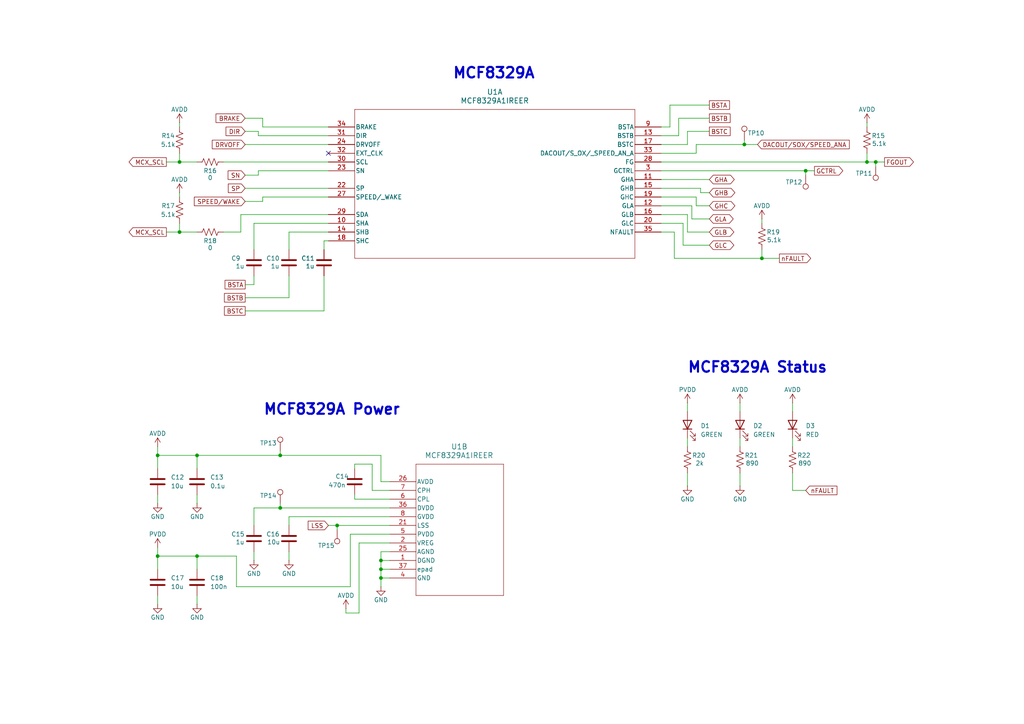
<source format=kicad_sch>
(kicad_sch (version 20231120) (generator "eeschema") (generator_version "8.0")
  (paper "A4")
  (title_block (title "Easy BLDC") (date "2024-08-06") (rev "2.0") (company "Peter Buckley Engineering"))
  (lib_symbols
    (symbol "Connector:TestPoint" (pin_numbers hide) (pin_names (offset 0.762) hide)
      (property "Reference" "TP" (at 0 6.858 0))
      (property "Value" "TestPoint" (at 0 5.08 0))
      (symbol "TestPoint_0_1"
        (circle (center 0 3.302) (radius 0.762))
      )
      (symbol "TestPoint_1_1"
        (pin passive line (at 0 0 90) (length 2.54) (name "1") (number "1"))
      )
    )
    (symbol "Device:C" (pin_numbers hide) (pin_names (offset 0.254))
      (property "Reference" "C" (at 0.635 2.54 0))
      (property "Value" "C" (at 0.635 -2.54 0))
      (symbol "C_0_1"
        (polyline (pts (xy -2.032 -0.762) (xy 2.032 -0.762)) (stroke (width 0.508)))
        (polyline (pts (xy -2.032 0.762) (xy 2.032 0.762)) (stroke (width 0.508)))
      )
      (symbol "C_1_1"
        (pin passive line (at 0 3.81 270) (length 2.794) (name "~") (number "1"))
        (pin passive line (at 0 -3.81 90) (length 2.794) (name "~") (number "2"))
      )
    )
    (symbol "Device:LED" (pin_numbers hide) (pin_names (offset 1.016) hide)
      (property "Reference" "D" (at 0 2.54 0))
      (property "Value" "LED" (at 0 -2.54 0))
      (symbol "LED_0_1"
        (polyline (pts (xy -1.27 -1.27) (xy -1.27 1.27)) (stroke (width 0.254)))
        (polyline (pts (xy -1.27 0) (xy 1.27 0)))
        (polyline (pts (xy 1.27 -1.27) (xy 1.27 1.27) (xy -1.27 0) (xy 1.27 -1.27)) (stroke (width 0.254)))
        (polyline (pts (xy -3.048 -0.762) (xy -4.572 -2.286) (xy -3.81 -2.286) (xy -4.572 -2.286) (xy -4.572 -1.524)))
        (polyline (pts (xy -1.778 -0.762) (xy -3.302 -2.286) (xy -2.54 -2.286) (xy -3.302 -2.286) (xy -3.302 -1.524)))
      )
      (symbol "LED_1_1"
        (pin passive line (at -3.81 0 0) (length 2.54) (name "K") (number "1"))
        (pin passive line (at 3.81 0 180) (length 2.54) (name "A") (number "2"))
      )
    )
    (symbol "Device:R_US" (pin_numbers hide) (pin_names (offset 0))
      (property "Reference" "R" (at 2.54 0 90))
      (property "Value" "R_US" (at -2.54 0 90))
      (symbol "R_US_0_1"
        (polyline (pts (xy 0 -2.286) (xy 0 -2.54)))
        (polyline (pts (xy 0 2.286) (xy 0 2.54)))
        (polyline (pts (xy 0 -0.762) (xy 1.016 -1.143) (xy 0 -1.524) (xy -1.016 -1.905) (xy 0 -2.286)))
        (polyline (pts (xy 0 0.762) (xy 1.016 0.381) (xy 0 0) (xy -1.016 -0.381) (xy 0 -0.762)))
        (polyline (pts (xy 0 2.286) (xy 1.016 1.905) (xy 0 1.524) (xy -1.016 1.143) (xy 0 0.762)))
      )
      (symbol "R_US_1_1"
        (pin passive line (at 0 3.81 270) (length 1.27) (name "~") (number "1"))
        (pin passive line (at 0 -3.81 90) (length 1.27) (name "~") (number "2"))
      )
    )
    (symbol "EasyBLDC:MCF8329A1IREER" (pin_names (offset 0.254))
      (property "Reference" "U" (at 48.26 10.16 0))
      (property "Value" "MCF8329A1IREER" (at 48.26 7.62 0))
      (symbol "MCF8329A1IREER_1_1"
        (polyline (pts (xy 7.62 -38.1) (xy 88.9 -38.1)) (stroke (width 0.127)))
        (polyline (pts (xy 7.62 5.08) (xy 7.62 -38.1)) (stroke (width 0.127)))
        (polyline (pts (xy 88.9 -38.1) (xy 88.9 5.08)) (stroke (width 0.127)))
        (polyline (pts (xy 88.9 5.08) (xy 7.62 5.08)) (stroke (width 0.127)))
        (pin bidirectional line (at 0 -27.94 0) (length 7.62) (name "SHA") (number "10"))
        (pin output line (at 96.52 -15.24 180) (length 7.62) (name "GHA") (number "11"))
        (pin output line (at 96.52 -22.86 180) (length 7.62) (name "GLA") (number "12"))
        (pin output line (at 96.52 -2.54 180) (length 7.62) (name "BSTB") (number "13"))
        (pin bidirectional line (at 0 -30.48 0) (length 7.62) (name "SHB") (number "14"))
        (pin output line (at 96.52 -17.78 180) (length 7.62) (name "GHB") (number "15"))
        (pin output line (at 96.52 -25.4 180) (length 7.62) (name "GLB") (number "16"))
        (pin output line (at 96.52 -5.08 180) (length 7.62) (name "BSTC") (number "17"))
        (pin bidirectional line (at 0 -33.02 0) (length 7.62) (name "SHC") (number "18"))
        (pin output line (at 96.52 -20.32 180) (length 7.62) (name "GHC") (number "19"))
        (pin output line (at 96.52 -27.94 180) (length 7.62) (name "GLC") (number "20"))
        (pin input line (at 0 -17.78 0) (length 7.62) (name "SP") (number "22"))
        (pin input line (at 0 -12.7 0) (length 7.62) (name "SN") (number "23"))
        (pin input line (at 0 -5.08 0) (length 7.62) (name "DRVOFF") (number "24"))
        (pin input line (at 0 -20.32 0) (length 7.62) (name "SPEED/_WAKE") (number "27"))
        (pin output line (at 96.52 -10.16 180) (length 7.62) (name "FG") (number "28"))
        (pin bidirectional line (at 0 -25.4 0) (length 7.62) (name "SDA") (number "29"))
        (pin output line (at 96.52 -12.7 180) (length 7.62) (name "GCTRL") (number "3"))
        (pin input line (at 0 -10.16 0) (length 7.62) (name "SCL") (number "30"))
        (pin input line (at 0 -2.54 0) (length 7.62) (name "DIR") (number "31"))
        (pin input line (at 0 -7.62 0) (length 7.62) (name "EXT_CLK") (number "32"))
        (pin bidirectional line (at 96.52 -7.62 180) (length 7.62) (name "DACOUT/S_OX/_SPEED_AN_A") (number "33"))
        (pin input line (at 0 0 0) (length 7.62) (name "BRAKE") (number "34"))
        (pin output line (at 96.52 -30.48 180) (length 7.62) (name "NFAULT") (number "35"))
        (pin output line (at 96.52 0 180) (length 7.62) (name "BSTA") (number "9"))
      )
      (symbol "MCF8329A1IREER_2_1"
        (polyline (pts (xy 7.62 -33.02) (xy 33.02 -33.02)) (stroke (width 0.127)))
        (polyline (pts (xy 7.62 5.08) (xy 7.62 -33.02)) (stroke (width 0.127)))
        (polyline (pts (xy 33.02 -33.02) (xy 33.02 5.08)) (stroke (width 0.127)))
        (polyline (pts (xy 33.02 5.08) (xy 7.62 5.08)) (stroke (width 0.127)))
        (pin power_out line (at 0 -22.86 0) (length 7.62) (name "DGND") (number "1"))
        (pin power_in line (at 0 -17.78 0) (length 7.62) (name "VREG") (number "2"))
        (pin power_in line (at 0 -12.7 0) (length 7.62) (name "LSS") (number "21"))
        (pin power_out line (at 0 -20.32 0) (length 7.62) (name "AGND") (number "25"))
        (pin power_in line (at 0 0 0) (length 7.62) (name "AVDD") (number "26"))
        (pin power_in line (at 0 -7.62 0) (length 7.62) (name "DVDD") (number "36"))
        (pin power_out line (at 0 -25.4 0) (length 7.62) (name "epad") (number "37"))
        (pin power_out line (at 0 -27.94 0) (length 7.62) (name "GND") (number "4"))
        (pin power_in line (at 0 -15.24 0) (length 7.62) (name "PVDD") (number "5"))
        (pin power_in line (at 0 -5.08 0) (length 7.62) (name "CPL") (number "6"))
        (pin power_in line (at 0 -2.54 0) (length 7.62) (name "CPH") (number "7"))
        (pin power_in line (at 0 -10.16 0) (length 7.62) (name "GVDD") (number "8"))
      )
    )
    (symbol "power:+1V1" (power) (pin_numbers hide) (pin_names (offset 0) hide)
      (property "Value" "+1V1" (at 0 3.556 0))
      (symbol "+1V1_0_1"
        (polyline (pts (xy -0.762 1.27) (xy 0 2.54)))
        (polyline (pts (xy 0 0) (xy 0 2.54)))
        (polyline (pts (xy 0 2.54) (xy 0.762 1.27)))
      )
      (symbol "+1V1_1_1"
        (pin power_in line (at 0 0 90) (length 0) (name "~") (number "1"))
      )
    )
    (symbol "power:GND" (power) (pin_numbers hide) (pin_names (offset 0) hide)
      (property "Value" "GND" (at 0 -3.81 0))
      (symbol "GND_0_1"
        (polyline (pts (xy 0 0) (xy 0 -1.27) (xy 1.27 -1.27) (xy 0 -2.54) (xy -1.27 -1.27) (xy 0 -1.27)))
      )
      (symbol "GND_1_1"
        (pin power_in line (at 0 0 270) (length 0) (name "~") (number "1"))
      )
    )
  )
  (junction (at 233.68 49.53))
  (junction (at 97.79 152.4))
  (junction (at 110.49 165.1))
  (junction (at 57.15 161.29))
  (junction (at 110.49 162.56))
  (junction (at 52.07 46.99))
  (junction (at 110.49 167.64))
  (junction (at 254 46.99))
  (junction (at 45.72 161.29))
  (junction (at 57.15 132.08))
  (junction (at 81.28 132.08))
  (junction (at 251.46 46.99))
  (junction (at 215.9 41.91))
  (junction (at 81.28 147.32))
  (junction (at 45.72 132.08))
  (junction (at 52.07 67.31))
  (junction (at 220.98 74.93))
  (no_connect (at 95.25 44.45))
  (wire (pts (xy 214.63 116.84) (xy 214.63 119.38)))
  (wire (pts (xy 45.72 132.08) (xy 57.15 132.08)))
  (wire (pts (xy 102.87 134.62) (xy 102.87 135.89)))
  (wire (pts (xy 76.2 58.42) (xy 76.2 57.15)))
  (wire (pts (xy 104.14 157.48) (xy 113.03 157.48)))
  (wire (pts (xy 191.77 54.61) (xy 203.2 54.61)))
  (wire (pts (xy 205.74 59.69) (xy 201.93 59.69)))
  (wire (pts (xy 83.82 152.4) (xy 83.82 149.86)))
  (wire (pts (xy 48.26 67.31) (xy 52.07 67.31)))
  (wire (pts (xy 200.66 59.69) (xy 200.66 63.5)))
  (wire (pts (xy 71.12 82.55) (xy 73.66 82.55)))
  (wire (pts (xy 215.9 41.91) (xy 219.71 41.91)))
  (wire (pts (xy 71.12 54.61) (xy 95.25 54.61)))
  (wire (pts (xy 194.31 36.83) (xy 194.31 30.48)))
  (wire (pts (xy 191.77 36.83) (xy 194.31 36.83)))
  (wire (pts (xy 64.77 46.99) (xy 95.25 46.99)))
  (wire (pts (xy 107.95 134.62) (xy 107.95 142.24)))
  (wire (pts (xy 191.77 59.69) (xy 200.66 59.69)))
  (wire (pts (xy 201.93 44.45) (xy 201.93 41.91)))
  (wire (pts (xy 199.39 67.31) (xy 199.39 62.23)))
  (wire (pts (xy 102.87 144.78) (xy 113.03 144.78)))
  (wire (pts (xy 191.77 49.53) (xy 233.68 49.53)))
  (wire (pts (xy 52.07 35.56) (xy 52.07 36.83)))
  (wire (pts (xy 233.68 49.53) (xy 233.68 50.8)))
  (wire (pts (xy 81.28 146.05) (xy 81.28 147.32)))
  (wire (pts (xy 196.85 34.29) (xy 205.74 34.29)))
  (wire (pts (xy 251.46 44.45) (xy 251.46 46.99)))
  (wire (pts (xy 83.82 86.36) (xy 83.82 80.01)))
  (wire (pts (xy 199.39 38.1) (xy 205.74 38.1)))
  (wire (pts (xy 74.93 39.37) (xy 74.93 38.1)))
  (wire (pts (xy 110.49 160.02) (xy 110.49 162.56)))
  (wire (pts (xy 45.72 172.72) (xy 45.72 175.26)))
  (wire (pts (xy 83.82 72.39) (xy 83.82 67.31)))
  (wire (pts (xy 194.31 30.48) (xy 205.74 30.48)))
  (wire (pts (xy 52.07 64.77) (xy 52.07 67.31)))
  (wire (pts (xy 76.2 36.83) (xy 95.25 36.83)))
  (wire (pts (xy 191.77 64.77) (xy 198.12 64.77)))
  (wire (pts (xy 93.98 72.39) (xy 93.98 69.85)))
  (wire (pts (xy 110.49 167.64) (xy 110.49 170.18)))
  (wire (pts (xy 229.87 137.16) (xy 229.87 142.24)))
  (wire (pts (xy 110.49 167.64) (xy 110.49 165.1)))
  (wire (pts (xy 81.28 132.08) (xy 110.49 132.08)))
  (wire (pts (xy 199.39 62.23) (xy 191.77 62.23)))
  (wire (pts (xy 104.14 157.48) (xy 104.14 177.8)))
  (wire (pts (xy 191.77 46.99) (xy 251.46 46.99)))
  (wire (pts (xy 69.85 67.31) (xy 69.85 62.23)))
  (wire (pts (xy 95.25 152.4) (xy 97.79 152.4)))
  (wire (pts (xy 199.39 127) (xy 199.39 129.54)))
  (wire (pts (xy 83.82 67.31) (xy 95.25 67.31)))
  (wire (pts (xy 113.03 160.02) (xy 110.49 160.02)))
  (wire (pts (xy 201.93 41.91) (xy 215.9 41.91)))
  (wire (pts (xy 191.77 39.37) (xy 196.85 39.37)))
  (wire (pts (xy 198.12 71.12) (xy 205.74 71.12)))
  (wire (pts (xy 81.28 130.81) (xy 81.28 132.08)))
  (wire (pts (xy 45.72 165.1) (xy 45.72 161.29)))
  (wire (pts (xy 64.77 67.31) (xy 69.85 67.31)))
  (wire (pts (xy 215.9 40.64) (xy 215.9 41.91)))
  (wire (pts (xy 251.46 35.56) (xy 251.46 36.83)))
  (wire (pts (xy 229.87 142.24) (xy 233.68 142.24)))
  (wire (pts (xy 102.87 134.62) (xy 107.95 134.62)))
  (wire (pts (xy 191.77 41.91) (xy 199.39 41.91)))
  (wire (pts (xy 45.72 161.29) (xy 57.15 161.29)))
  (wire (pts (xy 110.49 165.1) (xy 113.03 165.1)))
  (wire (pts (xy 100.33 177.8) (xy 104.14 177.8)))
  (wire (pts (xy 45.72 135.89) (xy 45.72 132.08)))
  (wire (pts (xy 233.68 49.53) (xy 236.22 49.53)))
  (wire (pts (xy 57.15 132.08) (xy 57.15 135.89)))
  (wire (pts (xy 45.72 158.75) (xy 45.72 161.29)))
  (wire (pts (xy 45.72 129.54) (xy 45.72 132.08)))
  (wire (pts (xy 200.66 63.5) (xy 205.74 63.5)))
  (wire (pts (xy 214.63 137.16) (xy 214.63 140.97)))
  (wire (pts (xy 199.39 116.84) (xy 199.39 119.38)))
  (wire (pts (xy 71.12 58.42) (xy 76.2 58.42)))
  (wire (pts (xy 100.33 176.53) (xy 100.33 177.8)))
  (wire (pts (xy 73.66 64.77) (xy 95.25 64.77)))
  (wire (pts (xy 256.54 46.99) (xy 254 46.99)))
  (wire (pts (xy 74.93 49.53) (xy 95.25 49.53)))
  (wire (pts (xy 110.49 139.7) (xy 113.03 139.7)))
  (wire (pts (xy 57.15 132.08) (xy 81.28 132.08)))
  (wire (pts (xy 220.98 63.5) (xy 220.98 64.77)))
  (wire (pts (xy 254 46.99) (xy 254 48.26)))
  (wire (pts (xy 73.66 147.32) (xy 81.28 147.32)))
  (wire (pts (xy 107.95 142.24) (xy 113.03 142.24)))
  (wire (pts (xy 229.87 116.84) (xy 229.87 119.38)))
  (wire (pts (xy 199.39 137.16) (xy 199.39 140.97)))
  (wire (pts (xy 199.39 38.1) (xy 199.39 41.91)))
  (wire (pts (xy 196.85 34.29) (xy 196.85 39.37)))
  (wire (pts (xy 110.49 162.56) (xy 110.49 165.1)))
  (wire (pts (xy 191.77 44.45) (xy 201.93 44.45)))
  (wire (pts (xy 57.15 161.29) (xy 57.15 165.1)))
  (wire (pts (xy 110.49 162.56) (xy 113.03 162.56)))
  (wire (pts (xy 113.03 167.64) (xy 110.49 167.64)))
  (wire (pts (xy 83.82 160.02) (xy 83.82 162.56)))
  (wire (pts (xy 254 46.99) (xy 251.46 46.99)))
  (wire (pts (xy 74.93 39.37) (xy 95.25 39.37)))
  (wire (pts (xy 73.66 160.02) (xy 73.66 162.56)))
  (wire (pts (xy 110.49 132.08) (xy 110.49 139.7)))
  (wire (pts (xy 198.12 64.77) (xy 198.12 71.12)))
  (wire (pts (xy 74.93 38.1) (xy 71.12 38.1)))
  (wire (pts (xy 191.77 52.07) (xy 205.74 52.07)))
  (wire (pts (xy 74.93 50.8) (xy 74.93 49.53)))
  (wire (pts (xy 71.12 86.36) (xy 83.82 86.36)))
  (wire (pts (xy 205.74 67.31) (xy 199.39 67.31)))
  (wire (pts (xy 73.66 72.39) (xy 73.66 64.77)))
  (wire (pts (xy 113.03 154.94) (xy 101.6 154.94)))
  (wire (pts (xy 57.15 143.51) (xy 57.15 146.05)))
  (wire (pts (xy 97.79 153.67) (xy 97.79 152.4)))
  (wire (pts (xy 68.58 161.29) (xy 57.15 161.29)))
  (wire (pts (xy 102.87 144.78) (xy 102.87 143.51)))
  (wire (pts (xy 48.26 46.99) (xy 52.07 46.99)))
  (wire (pts (xy 68.58 170.18) (xy 68.58 161.29)))
  (wire (pts (xy 195.58 67.31) (xy 195.58 74.93)))
  (wire (pts (xy 203.2 55.88) (xy 205.74 55.88)))
  (wire (pts (xy 101.6 170.18) (xy 68.58 170.18)))
  (wire (pts (xy 69.85 62.23) (xy 95.25 62.23)))
  (wire (pts (xy 97.79 152.4) (xy 113.03 152.4)))
  (wire (pts (xy 52.07 44.45) (xy 52.07 46.99)))
  (wire (pts (xy 52.07 46.99) (xy 57.15 46.99)))
  (wire (pts (xy 201.93 59.69) (xy 201.93 57.15)))
  (wire (pts (xy 191.77 67.31) (xy 195.58 67.31)))
  (wire (pts (xy 93.98 69.85) (xy 95.25 69.85)))
  (wire (pts (xy 71.12 50.8) (xy 74.93 50.8)))
  (wire (pts (xy 45.72 143.51) (xy 45.72 146.05)))
  (wire (pts (xy 220.98 74.93) (xy 226.06 74.93)))
  (wire (pts (xy 81.28 147.32) (xy 113.03 147.32)))
  (wire (pts (xy 101.6 154.94) (xy 101.6 170.18)))
  (wire (pts (xy 76.2 57.15) (xy 95.25 57.15)))
  (wire (pts (xy 52.07 67.31) (xy 57.15 67.31)))
  (wire (pts (xy 52.07 55.88) (xy 52.07 57.15)))
  (wire (pts (xy 73.66 152.4) (xy 73.66 147.32)))
  (wire (pts (xy 73.66 82.55) (xy 73.66 80.01)))
  (wire (pts (xy 201.93 57.15) (xy 191.77 57.15)))
  (wire (pts (xy 93.98 90.17) (xy 93.98 80.01)))
  (wire (pts (xy 76.2 34.29) (xy 76.2 36.83)))
  (wire (pts (xy 71.12 34.29) (xy 76.2 34.29)))
  (wire (pts (xy 203.2 54.61) (xy 203.2 55.88)))
  (wire (pts (xy 220.98 72.39) (xy 220.98 74.93)))
  (wire (pts (xy 71.12 41.91) (xy 95.25 41.91)))
  (wire (pts (xy 229.87 127) (xy 229.87 129.54)))
  (wire (pts (xy 83.82 149.86) (xy 113.03 149.86)))
  (wire (pts (xy 220.98 74.93) (xy 195.58 74.93)))
  (wire (pts (xy 71.12 90.17) (xy 93.98 90.17)))
  (wire (pts (xy 57.15 172.72) (xy 57.15 175.26)))
  (wire (pts (xy 214.63 127) (xy 214.63 129.54)))
  (text "MCF8329A Status\n" (at 219.71 106.68 0) (effects (font (size 3.048 3.048) (bold yes))))
  (text "MCF8329A\n" (at 143.256 21.336 0) (effects (font (size 3.048 3.048) (bold yes))))
  (text "MCF8329A Power" (at 96.266 118.872 0) (effects (font (size 3.048 3.048) (bold yes))))
  (global_label "BSTB" (shape passive) (at 71.12 86.36 180) (property "Intersheetrefs" "${INTERSHEET_REFS}" (effects (hide yes))))
  (global_label "SPEED{slash}WAKE" (shape input) (at 71.12 58.42 180) (property "Intersheetrefs" "${INTERSHEET_REFS}" (effects (hide yes))))
  (global_label "LSS" (shape input) (at 95.25 152.4 180) (property "Intersheetrefs" "${INTERSHEET_REFS}" (effects (hide yes))))
  (global_label "GCTRL" (shape output) (at 236.22 49.53 0) (property "Intersheetrefs" "${INTERSHEET_REFS}" (effects (hide yes))))
  (global_label "SN" (shape input) (at 71.12 50.8 180) (property "Intersheetrefs" "${INTERSHEET_REFS}" (effects (hide yes))))
  (global_label "GHC" (shape bidirectional) (at 205.74 59.69 0) (property "Intersheetrefs" "${INTERSHEET_REFS}" (effects (hide yes))))
  (global_label "BRAKE" (shape input) (at 71.12 34.29 180) (property "Intersheetrefs" "${INTERSHEET_REFS}" (effects (hide yes))))
  (global_label "nFAULT" (shape input) (at 233.68 142.24 0) (property "Intersheetrefs" "${INTERSHEET_REFS}" (effects (hide yes))))
  (global_label "BSTA" (shape passive) (at 71.12 82.55 180) (property "Intersheetrefs" "${INTERSHEET_REFS}" (effects (hide yes))))
  (global_label "DACOUT{slash}SOX{slash}SPEED_ANA" (shape input) (at 219.71 41.91 0) (property "Intersheetrefs" "${INTERSHEET_REFS}" (effects (hide yes))))
  (global_label "BSTC" (shape passive) (at 71.12 90.17 180) (property "Intersheetrefs" "${INTERSHEET_REFS}" (effects (hide yes))))
  (global_label "BSTC" (shape passive) (at 205.74 38.1 0) (property "Intersheetrefs" "${INTERSHEET_REFS}" (effects (hide yes))))
  (global_label "BSTB" (shape passive) (at 205.74 34.29 0) (property "Intersheetrefs" "${INTERSHEET_REFS}" (effects (hide yes))))
  (global_label "GLA" (shape bidirectional) (at 205.74 63.5 0) (property "Intersheetrefs" "${INTERSHEET_REFS}" (effects (hide yes))))
  (global_label "BSTA" (shape passive) (at 205.74 30.48 0) (property "Intersheetrefs" "${INTERSHEET_REFS}" (effects (hide yes))))
  (global_label "nFAULT" (shape output) (at 226.06 74.93 0) (property "Intersheetrefs" "${INTERSHEET_REFS}" (effects (hide yes))))
  (global_label "MCX_SCL" (shape output) (at 48.26 67.31 180) (property "Intersheetrefs" "${INTERSHEET_REFS}" (effects (hide yes))))
  (global_label "FGOUT" (shape output) (at 256.54 46.99 0) (property "Intersheetrefs" "${INTERSHEET_REFS}" (effects (hide yes))))
  (global_label "GHB" (shape bidirectional) (at 205.74 55.88 0) (property "Intersheetrefs" "${INTERSHEET_REFS}" (effects (hide yes))))
  (global_label "DRVOFF" (shape input) (at 71.12 41.91 180) (property "Intersheetrefs" "${INTERSHEET_REFS}" (effects (hide yes))))
  (global_label "DIR" (shape input) (at 71.12 38.1 180) (property "Intersheetrefs" "${INTERSHEET_REFS}" (effects (hide yes))))
  (global_label "GLC" (shape bidirectional) (at 205.74 71.12 0) (property "Intersheetrefs" "${INTERSHEET_REFS}" (effects (hide yes))))
  (global_label "SP" (shape input) (at 71.12 54.61 180) (property "Intersheetrefs" "${INTERSHEET_REFS}" (effects (hide yes))))
  (global_label "GLB" (shape bidirectional) (at 205.74 67.31 0) (property "Intersheetrefs" "${INTERSHEET_REFS}" (effects (hide yes))))
  (global_label "GHA" (shape bidirectional) (at 205.74 52.07 0) (property "Intersheetrefs" "${INTERSHEET_REFS}" (effects (hide yes))))
  (global_label "MCX_SCL" (shape output) (at 48.26 46.99 180) (property "Intersheetrefs" "${INTERSHEET_REFS}" (effects (hide yes))))
  (symbol (lib_id "power:+1V1") (at 220.98 63.5 0) (unit 1)
    (property "Reference" "#PWR018" (effects (hide yes)))
    (property "Value" "AVDD" (at 220.98 59.69 0))
    (property "Description" "Power symbol creates a global label with name \"+1V1\"" (effects (hide yes)))
  )
  (symbol (lib_id "power:+1V1") (at 100.33 176.53 0) (unit 1)
    (property "Reference" "#PWR033" (effects (hide yes)))
    (property "Value" "AVDD" (at 100.33 172.72 0))
    (property "Description" "Power symbol creates a global label with name \"+1V1\"" (effects (hide yes)))
  )
  (symbol (lib_id "Device:LED") (at 199.39 123.19 90) (unit 1)
    (property "Reference" "D1" (at 203.2 123.5074 90) (effects (justify right)))
    (property "Value" "GREEN" (at 203.2 126.0474 90) (effects (justify right)))
    (property "Footprint" "LED_SMD:LED_0805_2012Metric" (effects (hide yes)))
    (property "Description" "Light emitting diode" (effects (hide yes)))
  )
  (symbol (lib_id "Device:R_US") (at 52.07 40.64 180) (unit 1)
    (property "Reference" "R14" (at 48.768 39.37 0))
    (property "Value" "5.1k" (at 48.768 41.91 0))
    (property "Footprint" "Resistor_SMD:R_0603_1608Metric" (effects (hide yes)))
    (property "Description" "Resistor, US symbol" (effects (hide yes)))
  )
  (symbol (lib_id "Device:C") (at 45.72 168.91 0) (unit 1)
    (property "Reference" "C17" (at 49.53 167.6399 0) (effects (justify left)))
    (property "Value" "10u" (at 49.53 170.1799 0) (effects (justify left)))
    (property "Footprint" "Capacitor_SMD:C_2220_5750Metric" (effects (hide yes)))
    (property "Description" "Unpolarized capacitor" (effects (hide yes)))
  )
  (symbol (lib_id "Device:C") (at 102.87 139.7 0) (unit 1)
    (property "Reference" "C14" (at 97.282 138.176 0) (effects (justify left)))
    (property "Value" "470n" (at 95.25 140.716 0) (effects (justify left)))
    (property "Footprint" "Capacitor_SMD:C_0805_2012Metric" (effects (hide yes)))
    (property "Description" "Unpolarized capacitor" (effects (hide yes)))
  )
  (symbol (lib_id "Device:C") (at 45.72 139.7 0) (unit 1)
    (property "Reference" "C12" (at 49.53 138.4299 0) (effects (justify left)))
    (property "Value" "10u" (at 49.53 140.9699 0) (effects (justify left)))
    (property "Footprint" "Capacitor_SMD:C_0603_1608Metric" (effects (hide yes)))
    (property "Description" "Unpolarized capacitor" (effects (hide yes)))
  )
  (symbol (lib_id "Device:LED") (at 214.63 123.19 90) (unit 1)
    (property "Reference" "D2" (at 218.44 123.5074 90) (effects (justify right)))
    (property "Value" "GREEN" (at 218.44 126.0474 90) (effects (justify right)))
    (property "Footprint" "LED_SMD:LED_0805_2012Metric" (effects (hide yes)))
    (property "Description" "Light emitting diode" (effects (hide yes)))
  )
  (symbol (lib_id "power:GND") (at 45.72 175.26 0) (unit 1)
    (property "Reference" "#PWR031" (effects (hide yes)))
    (property "Value" "GND" (at 45.72 179.07 0))
    (property "Description" "Power symbol creates a global label with name \"GND\" , ground" (effects (hide yes)))
  )
  (symbol (lib_id "power:+1V1") (at 229.87 116.84 0) (unit 1)
    (property "Reference" "#PWR021" (effects (hide yes)))
    (property "Value" "AVDD" (at 229.87 113.03 0))
    (property "Description" "Power symbol creates a global label with name \"+1V1\"" (effects (hide yes)))
  )
  (symbol (lib_id "power:+1V1") (at 45.72 129.54 0) (unit 1)
    (property "Reference" "#PWR022" (effects (hide yes)))
    (property "Value" "AVDD" (at 45.72 125.73 0))
    (property "Description" "Power symbol creates a global label with name \"+1V1\"" (effects (hide yes)))
  )
  (symbol (lib_id "Device:C") (at 83.82 156.21 0) (unit 1)
    (property "Reference" "C16" (at 77.216 154.94 0) (effects (justify left)))
    (property "Value" "10u" (at 77.47 157.226 0) (effects (justify left)))
    (property "Footprint" "Capacitor_SMD:C_0603_1608Metric" (effects (hide yes)))
    (property "Description" "Unpolarized capacitor" (effects (hide yes)))
  )
  (symbol (lib_id "power:+1V1") (at 45.72 158.75 0) (unit 1)
    (property "Reference" "#PWR027" (effects (hide yes)))
    (property "Value" "PVDD" (at 45.72 154.94 0))
    (property "Description" "Power symbol creates a global label with name \"+1V1\"" (effects (hide yes)))
  )
  (symbol (lib_id "Device:C") (at 83.82 76.2 0) (unit 1)
    (property "Reference" "C10" (at 77.216 74.93 0) (effects (justify left)))
    (property "Value" "1u" (at 78.486 77.216 0) (effects (justify left)))
    (property "Footprint" "Capacitor_SMD:C_0603_1608Metric" (effects (hide yes)))
    (property "Description" "Unpolarized capacitor" (effects (hide yes)))
  )
  (symbol (lib_id "power:GND") (at 199.39 140.97 0) (unit 1)
    (property "Reference" "#PWR023" (effects (hide yes)))
    (property "Value" "GND" (at 199.39 144.78 0))
    (property "Description" "Power symbol creates a global label with name \"GND\" , ground" (effects (hide yes)))
  )
  (symbol (lib_id "power:GND") (at 83.82 162.56 0) (unit 1)
    (property "Reference" "#PWR029" (effects (hide yes)))
    (property "Value" "GND" (at 83.82 166.37 0))
    (property "Description" "Power symbol creates a global label with name \"GND\" , ground" (effects (hide yes)))
  )
  (symbol (lib_id "Connector:TestPoint") (at 81.28 130.81 0) (unit 1)
    (property "Reference" "TP13" (at 80.264 128.524 0) (effects (justify right)))
    (property "Value" "TestPoint" (effects (hide yes)))
    (property "Footprint" "TestPoint:TestPoint_Pad_D1.5mm" (effects (hide yes)))
    (property "Description" "test point" (effects (hide yes)))
  )
  (symbol (lib_id "Connector:TestPoint") (at 81.28 146.05 0) (unit 1)
    (property "Reference" "TP14" (at 80.264 143.764 0) (effects (justify right)))
    (property "Value" "TestPoint" (effects (hide yes)))
    (property "Footprint" "TestPoint:TestPoint_Pad_D1.5mm" (effects (hide yes)))
    (property "Description" "test point" (effects (hide yes)))
  )
  (symbol (lib_id "Device:R_US") (at 199.39 133.35 180) (unit 1)
    (property "Reference" "R20" (at 202.692 132.08 0))
    (property "Value" "2k" (at 202.946 134.366 0))
    (property "Footprint" "Resistor_SMD:R_0603_1608Metric" (effects (hide yes)))
    (property "Description" "Resistor, US symbol" (effects (hide yes)))
  )
  (symbol (lib_id "power:GND") (at 45.72 146.05 0) (unit 1)
    (property "Reference" "#PWR025" (effects (hide yes)))
    (property "Value" "GND" (at 45.72 149.86 0))
    (property "Description" "Power symbol creates a global label with name \"GND\" , ground" (effects (hide yes)))
  )
  (symbol (lib_id "Device:R_US") (at 220.98 68.58 180) (unit 1)
    (property "Reference" "R19" (at 224.282 67.31 0))
    (property "Value" "5.1k" (at 224.536 69.596 0))
    (property "Footprint" "Resistor_SMD:R_0603_1608Metric" (effects (hide yes)))
    (property "Description" "Resistor, US symbol" (effects (hide yes)))
  )
  (symbol (lib_id "Device:R_US") (at 52.07 60.96 180) (unit 1)
    (property "Reference" "R17" (at 48.768 59.69 0))
    (property "Value" "5.1k" (at 48.768 62.23 0))
    (property "Footprint" "Resistor_SMD:R_0603_1608Metric" (effects (hide yes)))
    (property "Description" "Resistor, US symbol" (effects (hide yes)))
  )
  (symbol (lib_id "Connector:TestPoint") (at 233.68 50.8 180) (unit 1)
    (property "Reference" "TP12" (at 227.838 52.832 0) (effects (justify right)))
    (property "Value" "TestPoint" (effects (hide yes)))
    (property "Footprint" "TestPoint:TestPoint_Pad_D1.5mm" (effects (hide yes)))
    (property "Description" "test point" (effects (hide yes)))
  )
  (symbol (lib_id "Device:R_US") (at 251.46 40.64 180) (unit 1)
    (property "Reference" "R15" (at 254.762 39.37 0))
    (property "Value" "5.1k" (at 255.016 41.656 0))
    (property "Footprint" "Resistor_SMD:R_0603_1608Metric" (effects (hide yes)))
    (property "Description" "Resistor, US symbol" (effects (hide yes)))
  )
  (symbol (lib_id "EasyBLDC:MCF8329A1IREER") (at 113.03 139.7 0) (unit 2)
    (property "Reference" "U1" (at 130.81 129.54 0) (effects (font (size 1.524 1.524)) (justify left)))
    (property "Value" "MCF8329A1IREER" (at 123.19 132.08 0) (effects (font (size 1.524 1.524)) (justify left)))
    (property "Footprint" "EasyBLDC:WQFN36_REE_TEX" (effects (hide yes)))
    (property "Datasheet" "MCF8329A1IREER" (effects (hide yes)))
  )
  (symbol (lib_id "Device:R_US") (at 214.63 133.35 180) (unit 1)
    (property "Reference" "R21" (at 217.932 132.08 0))
    (property "Value" "890" (at 218.186 134.366 0))
    (property "Footprint" "Resistor_SMD:R_0603_1608Metric" (effects (hide yes)))
    (property "Description" "Resistor, US symbol" (effects (hide yes)))
  )
  (symbol (lib_id "power:GND") (at 57.15 146.05 0) (unit 1)
    (property "Reference" "#PWR026" (effects (hide yes)))
    (property "Value" "GND" (at 57.15 149.86 0))
    (property "Description" "Power symbol creates a global label with name \"GND\" , ground" (effects (hide yes)))
  )
  (symbol (lib_id "Device:C") (at 93.98 76.2 0) (unit 1)
    (property "Reference" "C11" (at 87.376 74.93 0) (effects (justify left)))
    (property "Value" "1u" (at 88.646 77.216 0) (effects (justify left)))
    (property "Footprint" "Capacitor_SMD:C_0603_1608Metric" (effects (hide yes)))
    (property "Description" "Unpolarized capacitor" (effects (hide yes)))
  )
  (symbol (lib_id "Device:C") (at 57.15 139.7 0) (unit 1)
    (property "Reference" "C13" (at 60.96 138.4299 0) (effects (justify left)))
    (property "Value" "0.1u" (at 60.96 140.9699 0) (effects (justify left)))
    (property "Footprint" "Capacitor_SMD:C_0603_1608Metric" (effects (hide yes)))
    (property "Description" "Unpolarized capacitor" (effects (hide yes)))
  )
  (symbol (lib_id "Device:R_US") (at 60.96 67.31 90) (unit 1)
    (property "Reference" "R18" (at 60.96 69.85 90))
    (property "Value" "0" (at 60.96 71.882 90))
    (property "Footprint" "Resistor_SMD:R_0603_1608Metric" (effects (hide yes)))
    (property "Description" "Resistor, US symbol" (effects (hide yes)))
  )
  (symbol (lib_id "power:+1V1") (at 199.39 116.84 0) (unit 1)
    (property "Reference" "#PWR019" (effects (hide yes)))
    (property "Value" "PVDD" (at 199.39 113.03 0))
    (property "Description" "Power symbol creates a global label with name \"+1V1\"" (effects (hide yes)))
  )
  (symbol (lib_id "power:GND") (at 214.63 140.97 0) (unit 1)
    (property "Reference" "#PWR024" (effects (hide yes)))
    (property "Value" "GND" (at 214.63 144.78 0))
    (property "Description" "Power symbol creates a global label with name \"GND\" , ground" (effects (hide yes)))
  )
  (symbol (lib_id "Connector:TestPoint") (at 97.79 153.67 180) (unit 1)
    (property "Reference" "TP15" (at 92.202 158.242 0) (effects (justify right)))
    (property "Value" "TestPoint" (effects (hide yes)))
    (property "Footprint" "TestPoint:TestPoint_Pad_D1.5mm" (effects (hide yes)))
    (property "Description" "test point" (effects (hide yes)))
  )
  (symbol (lib_id "power:+1V1") (at 251.46 35.56 0) (unit 1)
    (property "Reference" "#PWR016" (effects (hide yes)))
    (property "Value" "AVDD" (at 251.46 31.75 0))
    (property "Description" "Power symbol creates a global label with name \"+1V1\"" (effects (hide yes)))
  )
  (symbol (lib_id "Device:LED") (at 229.87 123.19 90) (unit 1)
    (property "Reference" "D3" (at 233.68 123.5074 90) (effects (justify right)))
    (property "Value" "RED" (at 233.68 126.0474 90) (effects (justify right)))
    (property "Footprint" "LED_SMD:LED_0805_2012Metric" (effects (hide yes)))
    (property "Description" "Light emitting diode" (effects (hide yes)))
  )
  (symbol (lib_id "Device:C") (at 73.66 156.21 0) (unit 1)
    (property "Reference" "C15" (at 67.056 154.94 0) (effects (justify left)))
    (property "Value" "1u" (at 68.326 157.226 0) (effects (justify left)))
    (property "Footprint" "Capacitor_SMD:C_0603_1608Metric" (effects (hide yes)))
    (property "Description" "Unpolarized capacitor" (effects (hide yes)))
  )
  (symbol (lib_id "power:+1V1") (at 52.07 55.88 0) (unit 1)
    (property "Reference" "#PWR017" (effects (hide yes)))
    (property "Value" "AVDD" (at 52.07 52.07 0))
    (property "Description" "Power symbol creates a global label with name \"+1V1\"" (effects (hide yes)))
  )
  (symbol (lib_id "power:GND") (at 57.15 175.26 0) (unit 1)
    (property "Reference" "#PWR032" (effects (hide yes)))
    (property "Value" "GND" (at 57.15 179.07 0))
    (property "Description" "Power symbol creates a global label with name \"GND\" , ground" (effects (hide yes)))
  )
  (symbol (lib_id "Device:C") (at 73.66 76.2 0) (unit 1)
    (property "Reference" "C9" (at 67.056 74.93 0) (effects (justify left)))
    (property "Value" "1u" (at 68.326 77.216 0) (effects (justify left)))
    (property "Footprint" "Capacitor_SMD:C_0603_1608Metric" (effects (hide yes)))
    (property "Description" "Unpolarized capacitor" (effects (hide yes)))
  )
  (symbol (lib_id "power:GND") (at 110.49 170.18 0) (unit 1)
    (property "Reference" "#PWR030" (effects (hide yes)))
    (property "Value" "GND" (at 110.49 173.99 0))
    (property "Description" "Power symbol creates a global label with name \"GND\" , ground" (effects (hide yes)))
  )
  (symbol (lib_id "power:GND") (at 73.66 162.56 0) (unit 1)
    (property "Reference" "#PWR028" (effects (hide yes)))
    (property "Value" "GND" (at 73.66 166.37 0))
    (property "Description" "Power symbol creates a global label with name \"GND\" , ground" (effects (hide yes)))
  )
  (symbol (lib_id "Connector:TestPoint") (at 215.9 40.64 0) (unit 1)
    (property "Reference" "TP10" (at 221.742 38.608 0) (effects (justify right)))
    (property "Value" "TestPoint" (effects (hide yes)))
    (property "Footprint" "TestPoint:TestPoint_Pad_D1.5mm" (effects (hide yes)))
    (property "Description" "test point" (effects (hide yes)))
  )
  (symbol (lib_id "Connector:TestPoint") (at 254 48.26 180) (unit 1)
    (property "Reference" "TP11" (at 248.158 50.292 0) (effects (justify right)))
    (property "Value" "TestPoint" (effects (hide yes)))
    (property "Footprint" "TestPoint:TestPoint_Pad_D1.5mm" (effects (hide yes)))
    (property "Description" "test point" (effects (hide yes)))
  )
  (symbol (lib_id "Device:R_US") (at 229.87 133.35 180) (unit 1)
    (property "Reference" "R22" (at 233.172 132.08 0))
    (property "Value" "890" (at 233.426 134.366 0))
    (property "Footprint" "Resistor_SMD:R_0603_1608Metric" (effects (hide yes)))
    (property "Description" "Resistor, US symbol" (effects (hide yes)))
  )
  (symbol (lib_id "Device:R_US") (at 60.96 46.99 90) (unit 1)
    (property "Reference" "R16" (at 60.96 49.53 90))
    (property "Value" "0" (at 60.96 51.562 90))
    (property "Footprint" "Resistor_SMD:R_0603_1608Metric" (effects (hide yes)))
    (property "Description" "Resistor, US symbol" (effects (hide yes)))
  )
  (symbol (lib_id "power:+1V1") (at 214.63 116.84 0) (unit 1)
    (property "Reference" "#PWR020" (effects (hide yes)))
    (property "Value" "AVDD" (at 214.63 113.03 0))
    (property "Description" "Power symbol creates a global label with name \"+1V1\"" (effects (hide yes)))
  )
  (symbol (lib_id "power:+1V1") (at 52.07 35.56 0) (unit 1)
    (property "Reference" "#PWR015" (effects (hide yes)))
    (property "Value" "AVDD" (at 52.07 31.75 0))
    (property "Description" "Power symbol creates a global label with name \"+1V1\"" (effects (hide yes)))
  )
  (symbol (lib_id "Device:C") (at 57.15 168.91 0) (unit 1)
    (property "Reference" "C18" (at 60.96 167.6399 0) (effects (justify left)))
    (property "Value" "100n" (at 60.96 170.1799 0) (effects (justify left)))
    (property "Footprint" "Capacitor_SMD:C_0603_1608Metric" (effects (hide yes)))
    (property "Description" "Unpolarized capacitor" (effects (hide yes)))
  )
  (symbol (lib_id "EasyBLDC:MCF8329A1IREER") (at 95.25 36.83 0) (unit 1)
    (property "Reference" "U1" (at 143.51 26.67 0) (effects (font (size 1.524 1.524))))
    (property "Value" "MCF8329A1IREER" (at 143.51 29.21 0) (effects (font (size 1.524 1.524))))
    (property "Footprint" "EasyBLDC:WQFN36_REE_TEX" (effects (hide yes)))
    (property "Datasheet" "MCF8329A1IREER" (effects (hide yes)))
  )
)
</source>
